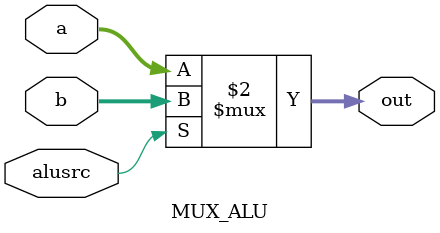
<source format=v>
`timescale 1ns / 1ps

module MUX_ALU(a,b, out,alusrc); 
   input [31:0] a,b; 
	output [31:0] out; 
	input alusrc; 
assign out = (alusrc==1'b0) ? a :b; 
endmodule 

</source>
